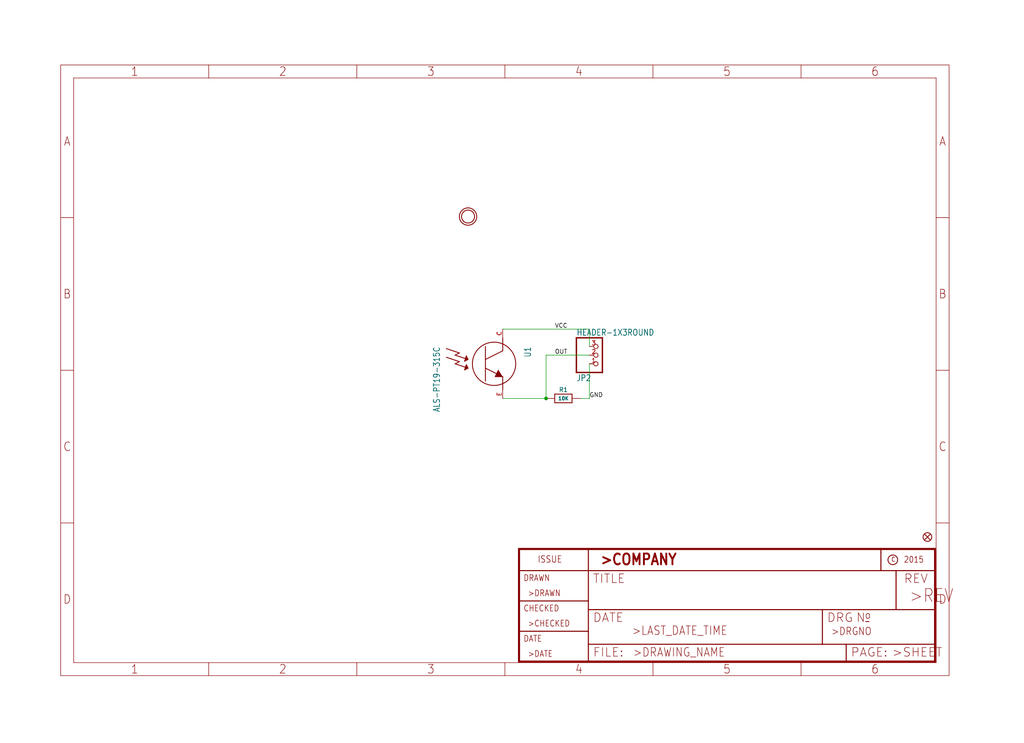
<source format=kicad_sch>
(kicad_sch (version 20211123) (generator eeschema)
  (paper "User" 300.076 217.881)
  (lib_symbols
    (symbol "eagleSchem-eagle-import:FIDUCIAL{dblquote}{dblquote}"
      (symbol "FIDUCIAL{dblquote}{dblquote}_1_0"
        (polyline (pts (xy -0.762 0.762) (xy 0.762 -0.762)) (stroke (width 0.254)))
        (polyline (pts (xy 0.762 0.762) (xy -0.762 -0.762)) (stroke (width 0.254)))
        (circle (center 0 0) (radius 1.27) (stroke (width 0.254)))
      )
    )
    (symbol "eagleSchem-eagle-import:FRAME_A4"
      (symbol "FRAME_A4_1_0"
        (polyline (pts (xy 0 44.7675) (xy 3.81 44.7675)))
        (polyline (pts (xy 0 89.535) (xy 3.81 89.535)))
        (polyline (pts (xy 0 134.3025) (xy 3.81 134.3025)))
        (polyline (pts (xy 3.81 3.81) (xy 3.81 175.26)))
        (polyline (pts (xy 43.3917 0) (xy 43.3917 3.81)))
        (polyline (pts (xy 43.3917 175.26) (xy 43.3917 179.07)))
        (polyline (pts (xy 86.7833 0) (xy 86.7833 3.81)))
        (polyline (pts (xy 86.7833 175.26) (xy 86.7833 179.07)))
        (polyline (pts (xy 130.175 0) (xy 130.175 3.81)))
        (polyline (pts (xy 130.175 175.26) (xy 130.175 179.07)))
        (polyline (pts (xy 173.5667 0) (xy 173.5667 3.81)))
        (polyline (pts (xy 173.5667 175.26) (xy 173.5667 179.07)))
        (polyline (pts (xy 216.9583 0) (xy 216.9583 3.81)))
        (polyline (pts (xy 216.9583 175.26) (xy 216.9583 179.07)))
        (polyline (pts (xy 256.54 3.81) (xy 3.81 3.81)))
        (polyline (pts (xy 256.54 3.81) (xy 256.54 8.89)) (stroke (width 0.1016)))
        (polyline (pts (xy 256.54 3.81) (xy 256.54 175.26)))
        (polyline (pts (xy 256.54 8.89) (xy 256.54 13.97)) (stroke (width 0.1016)))
        (polyline (pts (xy 256.54 13.97) (xy 256.54 19.05)) (stroke (width 0.1016)))
        (polyline (pts (xy 256.54 19.05) (xy 256.54 36.83)) (stroke (width 0.1016)))
        (polyline (pts (xy 256.54 44.7675) (xy 260.35 44.7675)))
        (polyline (pts (xy 256.54 89.535) (xy 260.35 89.535)))
        (polyline (pts (xy 256.54 134.3025) (xy 260.35 134.3025)))
        (polyline (pts (xy 256.54 175.26) (xy 3.81 175.26)))
        (polyline (pts (xy 0 0) (xy 260.35 0) (xy 260.35 179.07) (xy 0 179.07) (xy 0 0)))
        (text "1" (at 21.6958 1.905 0) (effects (font (size 2.54 2.286))))
        (text "1" (at 21.6958 177.165 0) (effects (font (size 2.54 2.286))))
        (text "2" (at 65.0875 1.905 0) (effects (font (size 2.54 2.286))))
        (text "2" (at 65.0875 177.165 0) (effects (font (size 2.54 2.286))))
        (text "3" (at 108.4792 1.905 0) (effects (font (size 2.54 2.286))))
        (text "3" (at 108.4792 177.165 0) (effects (font (size 2.54 2.286))))
        (text "4" (at 151.8708 1.905 0) (effects (font (size 2.54 2.286))))
        (text "4" (at 151.8708 177.165 0) (effects (font (size 2.54 2.286))))
        (text "5" (at 195.2625 1.905 0) (effects (font (size 2.54 2.286))))
        (text "5" (at 195.2625 177.165 0) (effects (font (size 2.54 2.286))))
        (text "6" (at 238.6542 1.905 0) (effects (font (size 2.54 2.286))))
        (text "6" (at 238.6542 177.165 0) (effects (font (size 2.54 2.286))))
        (text "A" (at 1.905 156.6863 0) (effects (font (size 2.54 2.286))))
        (text "A" (at 258.445 156.6863 0) (effects (font (size 2.54 2.286))))
        (text "B" (at 1.905 111.9188 0) (effects (font (size 2.54 2.286))))
        (text "B" (at 258.445 111.9188 0) (effects (font (size 2.54 2.286))))
        (text "C" (at 1.905 67.1513 0) (effects (font (size 2.54 2.286))))
        (text "C" (at 258.445 67.1513 0) (effects (font (size 2.54 2.286))))
        (text "D" (at 1.905 22.3838 0) (effects (font (size 2.54 2.286))))
        (text "D" (at 258.445 22.3838 0) (effects (font (size 2.54 2.286))))
      )
      (symbol "FRAME_A4_2_0"
        (polyline (pts (xy -0.3048 1.5748) (xy 20.0152 1.5748)) (stroke (width 0.6096)))
        (polyline (pts (xy -0.3048 10.4648) (xy -0.3048 1.5748)) (stroke (width 0.6096)))
        (polyline (pts (xy -0.3048 10.4648) (xy 20.0152 10.4648)) (stroke (width 0.3048)))
        (polyline (pts (xy -0.3048 19.3548) (xy -0.3048 10.4648)) (stroke (width 0.6096)))
        (polyline (pts (xy -0.3048 19.3548) (xy 20.0152 19.3548)) (stroke (width 0.3048)))
        (polyline (pts (xy -0.3048 28.2448) (xy -0.3048 19.3548)) (stroke (width 0.6096)))
        (polyline (pts (xy -0.3048 28.2448) (xy 20.0152 28.2448)) (stroke (width 0.3048)))
        (polyline (pts (xy -0.3048 34.5948) (xy -0.3048 28.2448)) (stroke (width 0.6096)))
        (polyline (pts (xy 20.0152 1.5748) (xy 20.0152 6.6548)) (stroke (width 0.3048)))
        (polyline (pts (xy 20.0152 1.5748) (xy 95.5802 1.5748)) (stroke (width 0.6096)))
        (polyline (pts (xy 20.0152 6.6548) (xy 20.0152 10.4648)) (stroke (width 0.3048)))
        (polyline (pts (xy 20.0152 6.6548) (xy 88.5952 6.6548)) (stroke (width 0.3048)))
        (polyline (pts (xy 20.0152 10.4648) (xy 20.0152 16.8148)) (stroke (width 0.3048)))
        (polyline (pts (xy 20.0152 16.8148) (xy 20.0152 19.3548)) (stroke (width 0.3048)))
        (polyline (pts (xy 20.0152 19.3548) (xy 20.0152 28.2448)) (stroke (width 0.3048)))
        (polyline (pts (xy 20.0152 28.2448) (xy 20.0152 34.5948)) (stroke (width 0.3048)))
        (polyline (pts (xy 20.0152 28.2448) (xy 105.7402 28.2448)) (stroke (width 0.3048)))
        (polyline (pts (xy 20.0152 34.5948) (xy -0.3048 34.5948)) (stroke (width 0.6096)))
        (polyline (pts (xy 88.5952 6.6548) (xy 95.5802 6.6548)) (stroke (width 0.3048)))
        (polyline (pts (xy 88.5952 16.8148) (xy 20.0152 16.8148)) (stroke (width 0.3048)))
        (polyline (pts (xy 88.5952 16.8148) (xy 88.5952 6.6548)) (stroke (width 0.3048)))
        (polyline (pts (xy 95.5802 1.5748) (xy 121.6152 1.5748)) (stroke (width 0.6096)))
        (polyline (pts (xy 95.5802 6.6548) (xy 95.5802 1.5748)) (stroke (width 0.3048)))
        (polyline (pts (xy 95.5802 6.6548) (xy 121.6152 6.6548)) (stroke (width 0.3048)))
        (polyline (pts (xy 101.2952 13.3223) (xy 102.2477 13.3223)) (stroke (width 0.254)))
        (polyline (pts (xy 105.7402 28.2448) (xy 105.7402 34.5948)) (stroke (width 0.3048)))
        (polyline (pts (xy 105.7402 28.2448) (xy 110.1852 28.2448)) (stroke (width 0.3048)))
        (polyline (pts (xy 105.7402 34.5948) (xy 20.0152 34.5948)) (stroke (width 0.6096)))
        (polyline (pts (xy 110.1852 16.8148) (xy 88.5952 16.8148)) (stroke (width 0.3048)))
        (polyline (pts (xy 110.1852 28.2448) (xy 110.1852 16.8148)) (stroke (width 0.3048)))
        (polyline (pts (xy 110.1852 28.2448) (xy 121.6152 28.2448)) (stroke (width 0.3048)))
        (polyline (pts (xy 121.6152 6.6548) (xy 121.6152 1.5748)) (stroke (width 0.6096)))
        (polyline (pts (xy 121.6152 16.8148) (xy 110.1852 16.8148)) (stroke (width 0.3048)))
        (polyline (pts (xy 121.6152 16.8148) (xy 121.6152 6.6548)) (stroke (width 0.6096)))
        (polyline (pts (xy 121.6152 28.2448) (xy 121.6152 16.8148)) (stroke (width 0.6096)))
        (polyline (pts (xy 121.6152 34.5948) (xy 105.7402 34.5948)) (stroke (width 0.6096)))
        (polyline (pts (xy 121.6152 34.5948) (xy 121.6152 28.2448)) (stroke (width 0.6096)))
        (circle (center 109.2327 31.4198) (radius 1.4199) (stroke (width 0.254)))
        (text "2015" (at 112.4077 30.4673 0) (effects (font (size 1.778 1.5113)) (justify left bottom)))
        (text ">CHECKED" (at 2.2352 11.7348 0) (effects (font (size 1.778 1.5113)) (justify left bottom)))
        (text ">COMPANY" (at 23.349 29.6735 0) (effects (font (size 3.175 2.6987) (thickness 0.5397) bold) (justify left bottom)))
        (text ">DATE" (at 2.2352 2.8448 0) (effects (font (size 1.778 1.5113)) (justify left bottom)))
        (text ">DRAWING_NAME" (at 33.0327 2.8448 0) (effects (font (size 2.54 2.159)) (justify left bottom)))
        (text ">DRAWN" (at 2.2352 20.6248 0) (effects (font (size 1.778 1.5113)) (justify left bottom)))
        (text ">DRGNO" (at 91.1352 9.1948 0) (effects (font (size 2.1844 1.8567)) (justify left bottom)))
        (text ">LAST_DATE_TIME" (at 32.7152 9.1948 0) (effects (font (size 2.54 2.159)) (justify left bottom)))
        (text ">REV" (at 113.9952 18.7198 0) (effects (font (size 3.81 3.2385)) (justify left bottom)))
        (text ">SHEET" (at 108.9152 2.8448 0) (effects (font (size 2.54 2.54)) (justify left bottom)))
        (text "C" (at 108.7564 30.7848 0) (effects (font (size 1.27 1.0795)) (justify left bottom)))
        (text "CHECKED" (at 0.9652 16.1798 0) (effects (font (size 1.778 1.5113)) (justify left bottom)))
        (text "DATE" (at 0.9652 7.2898 0) (effects (font (size 1.778 1.5113)) (justify left bottom)))
        (text "DATE" (at 21.2852 13.0048 0) (effects (font (size 2.54 2.54)) (justify left bottom)))
        (text "DRAWN" (at 0.9652 25.0698 0) (effects (font (size 1.778 1.5113)) (justify left bottom)))
        (text "DRG" (at 89.8652 13.0048 0) (effects (font (size 2.54 2.54)) (justify left bottom)))
        (text "FILE:" (at 21.2852 2.8448 0) (effects (font (size 2.54 2.54)) (justify left bottom)))
        (text "ISSUE" (at 5.0927 30.4673 0) (effects (font (size 1.9304 1.6408)) (justify left bottom)))
        (text "N" (at 98.4377 13.0048 0) (effects (font (size 2.54 2.54)) (justify left bottom)))
        (text "o" (at 100.9777 13.9573 0) (effects (font (size 2.1844 1.8567)) (justify left bottom)))
        (text "PAGE:" (at 96.8502 2.8448 0) (effects (font (size 2.54 2.54)) (justify left bottom)))
        (text "REV" (at 112.4077 24.4348 0) (effects (font (size 2.54 2.54)) (justify left bottom)))
        (text "TITLE" (at 21.2852 24.4348 0) (effects (font (size 2.54 2.54)) (justify left bottom)))
      )
    )
    (symbol "eagleSchem-eagle-import:HEADER-1X3ROUND"
      (property "Reference" "JP" (at -6.35 5.715 0))
      (property "Value" "HEADER-1X3ROUND" (at -6.35 -7.62 0))
      (symbol "HEADER-1X3ROUND_1_0"
        (polyline (pts (xy -6.35 -5.08) (xy 1.27 -5.08)) (stroke (width 0.4064)))
        (polyline (pts (xy -6.35 5.08) (xy -6.35 -5.08)) (stroke (width 0.4064)))
        (polyline (pts (xy 1.27 -5.08) (xy 1.27 5.08)) (stroke (width 0.4064)))
        (polyline (pts (xy 1.27 5.08) (xy -6.35 5.08)) (stroke (width 0.4064)))
        (pin passive inverted (at -2.54 2.54 0) (length 2.54) (name "1") (number "1"))
        (pin passive inverted (at -2.54 0 0) (length 2.54) (name "2") (number "2"))
        (pin passive inverted (at -2.54 -2.54 0) (length 2.54) (name "3") (number "3"))
      )
    )
    (symbol "eagleSchem-eagle-import:LIGHT_ALS-PT19-315C"
      (property "Reference" "U" (at 8.89 5.08 90))
      (property "Value" "LIGHT_ALS-PT19-315C" (at -17.78 5.08 90))
      (symbol "LIGHT_ALS-PT19-315C_1_0"
        (polyline (pts (xy -13.97 1.905) (xy -10.16 0.635)) (stroke (width 0.254)))
        (polyline (pts (xy -13.97 4.445) (xy -10.16 3.175)) (stroke (width 0.254)))
        (polyline (pts (xy -11.43 0) (xy -7.62 -1.27)) (stroke (width 0.254)))
        (polyline (pts (xy -11.43 2.54) (xy -7.62 1.27)) (stroke (width 0.254)))
        (polyline (pts (xy -10.16 0.635) (xy -11.43 0)) (stroke (width 0.254)))
        (polyline (pts (xy -10.16 3.175) (xy -11.43 2.54)) (stroke (width 0.254)))
        (polyline (pts (xy -8.636 -1.778) (xy -8.128 -0.254)) (stroke (width 0.254)))
        (polyline (pts (xy -8.636 -1.778) (xy -7.874 -1.27)) (stroke (width 0.254)))
        (polyline (pts (xy -8.636 0.762) (xy -7.62 1.27)) (stroke (width 0.254)))
        (polyline (pts (xy -8.382 -1.524) (xy -8.128 -1.27)) (stroke (width 0.254)))
        (polyline (pts (xy -8.382 -1.27) (xy -8.128 -0.508)) (stroke (width 0.254)))
        (polyline (pts (xy -8.382 1.016) (xy -8.382 1.27)) (stroke (width 0.254)))
        (polyline (pts (xy -8.382 1.27) (xy -8.128 1.27)) (stroke (width 0.254)))
        (polyline (pts (xy -8.128 -1.27) (xy -8.382 -1.27)) (stroke (width 0.254)))
        (polyline (pts (xy -8.128 -1.016) (xy -7.874 -1.016)) (stroke (width 0.254)))
        (polyline (pts (xy -8.128 -0.762) (xy -8.128 -1.016)) (stroke (width 0.254)))
        (polyline (pts (xy -8.128 -0.508) (xy -8.128 -0.762)) (stroke (width 0.254)))
        (polyline (pts (xy -8.128 -0.254) (xy -7.62 -1.27)) (stroke (width 0.254)))
        (polyline (pts (xy -8.128 1.27) (xy -7.874 1.27)) (stroke (width 0.254)))
        (polyline (pts (xy -8.128 1.524) (xy -8.128 1.27)) (stroke (width 0.254)))
        (polyline (pts (xy -8.128 1.524) (xy -7.874 1.524)) (stroke (width 0.254)))
        (polyline (pts (xy -8.128 1.778) (xy -8.128 1.524)) (stroke (width 0.254)))
        (polyline (pts (xy -8.128 2.286) (xy -8.636 0.762)) (stroke (width 0.254)))
        (polyline (pts (xy -8.128 2.286) (xy -8.128 1.778)) (stroke (width 0.254)))
        (polyline (pts (xy -7.874 -1.27) (xy -8.382 -1.524)) (stroke (width 0.254)))
        (polyline (pts (xy -7.874 -1.016) (xy -8.128 -0.762)) (stroke (width 0.254)))
        (polyline (pts (xy -7.874 1.27) (xy -8.382 1.016)) (stroke (width 0.254)))
        (polyline (pts (xy -7.874 1.524) (xy -8.128 1.778)) (stroke (width 0.254)))
        (polyline (pts (xy -7.62 -1.27) (xy -8.636 -1.778)) (stroke (width 0.254)))
        (polyline (pts (xy -7.62 1.27) (xy -8.128 2.286)) (stroke (width 0.254)))
        (polyline (pts (xy -2.54 -1.27) (xy -2.54 -5.08)) (stroke (width 0.254)))
        (polyline (pts (xy -2.54 -1.27) (xy 2.54 -3.81)) (stroke (width 0.254)))
        (polyline (pts (xy -2.54 1.27) (xy -2.54 -1.27)) (stroke (width 0.254)))
        (polyline (pts (xy -2.54 5.08) (xy -2.54 1.27)) (stroke (width 0.254)))
        (polyline (pts (xy 2.54 -3.81) (xy 2.54 -7.62)) (stroke (width 0.254)))
        (polyline (pts (xy 2.54 3.81) (xy -2.54 1.27)) (stroke (width 0.254)))
        (polyline (pts (xy 2.54 7.62) (xy 2.54 3.81)) (stroke (width 0.254)))
        (polyline (pts (xy 1.27 -1.778) (xy 0.254 -3.81) (xy 2.54 -3.81)) (fill (type outline)))
        (circle (center 0 0) (radius 6.35) (stroke (width 0.254)))
        (pin bidirectional line (at 2.54 10.16 270) (length 2.54) (name "C") (number "C"))
        (pin bidirectional line (at 2.54 -10.16 90) (length 2.54) (name "E") (number "E"))
      )
    )
    (symbol "eagleSchem-eagle-import:MOUNTINGHOLE2.0"
      (symbol "MOUNTINGHOLE2.0_1_0"
        (circle (center 0 0) (radius 1.905) (stroke (width 0.254)))
        (circle (center 0 0) (radius 2.54) (stroke (width 0.254)))
      )
    )
    (symbol "eagleSchem-eagle-import:RESISTOR_0603_NOOUT"
      (property "Reference" "R" (at 0 2.54 0))
      (property "Value" "RESISTOR_0603_NOOUT" (at 0 0 0))
      (symbol "RESISTOR_0603_NOOUT_1_0"
        (polyline (pts (xy -2.54 -1.27) (xy -2.54 1.27)) (stroke (width 0.254)))
        (polyline (pts (xy -2.54 1.27) (xy 2.54 1.27)) (stroke (width 0.254)))
        (polyline (pts (xy 2.54 -1.27) (xy -2.54 -1.27)) (stroke (width 0.254)))
        (polyline (pts (xy 2.54 1.27) (xy 2.54 -1.27)) (stroke (width 0.254)))
        (pin passive line (at -5.08 0 0) (length 2.54) (name "1") (number "1"))
        (pin passive line (at 5.08 0 180) (length 2.54) (name "2") (number "2"))
      )
    )
  )
  (junction (at 160.02 116.84))
  (wire (pts (xy 160.02 104.14) (xy 172.72 104.14)))
  (wire (pts (xy 160.02 116.84) (xy 160.02 104.14)))
  (wire (pts (xy 172.72 106.68) (xy 172.72 116.84)))
  (wire (pts (xy 160.02 116.84) (xy 147.32 116.84)))
  (wire (pts (xy 172.72 96.52) (xy 172.72 101.6)))
  (wire (pts (xy 147.32 96.52) (xy 172.72 96.52)))
  (wire (pts (xy 172.72 116.84) (xy 170.18 116.84)))
  (label "VCC" (at 162.56 96.52 0) (effects (font (size 1.2446 1.2446))))
  (label "OUT" (at 162.56 104.14 0) (effects (font (size 1.2446 1.2446))))
  (label "GND" (at 172.72 116.84 0) (effects (font (size 1.2446 1.2446))))
  (symbol (lib_id "eagleSchem-eagle-import:FRAME_A4") (at 17.78 198.12 0) (unit 1)
    (property "Reference" "#FRAME1" (effects hide))
    (property "Value" "FRAME_A4" (effects hide))
    (property "Footprint" "eagleSchem:" (effects hide))
  )
  (symbol (lib_id "eagleSchem-eagle-import:FRAME_A4") (at 152.4 195.58 0) (unit 2)
    (property "Reference" "#FRAME1" (effects hide))
    (property "Value" "FRAME_A4" (effects hide))
    (property "Footprint" "eagleSchem:" (effects hide))
  )
  (symbol (lib_id "eagleSchem-eagle-import:MOUNTINGHOLE2.0") (at 137.16 63.5 0) (unit 1)
    (property "Reference" "U$2" (effects hide))
    (property "Value" "MOUNTINGHOLE2.0" (effects hide))
    (property "Footprint" "eagleSchem:MOUNTINGHOLE_2.0_PLATED" (effects hide))
  )
  (symbol (lib_id "eagleSchem-eagle-import:FIDUCIAL{dblquote}{dblquote}") (at 271.78 157.48 0) (unit 1)
    (property "Reference" "FID1" (effects hide))
    (property "Value" "FIDUCIAL{dblquote}{dblquote}" (effects hide))
    (property "Footprint" "eagleSchem:FIDUCIAL_1MM" (effects hide))
  )
  (symbol (lib_id "eagleSchem-eagle-import:HEADER-1X3ROUND") (at 175.26 104.14 0) (mirror x) (unit 1)
    (property "Reference" "JP2" (at 168.91 109.855 0) (effects (font (size 1.778 1.5113)) (justify left bottom)))
    (property "Value" "HEADER-1X3ROUND" (at 168.91 96.52 0) (effects (font (size 1.778 1.5113)) (justify left bottom)))
    (property "Footprint" "eagleSchem:1X03_ROUND" (effects hide))
  )
  (symbol (lib_id "eagleSchem-eagle-import:RESISTOR_0603_NOOUT") (at 165.1 116.84 0) (mirror y) (unit 1)
    (property "Reference" "R1" (at 165.1 114.3 0))
    (property "Value" "10K" (at 165.1 116.84 0) (effects (font (size 1.016 1.016) bold)))
    (property "Footprint" "eagleSchem:0603-NO" (effects hide))
  )
  (symbol (lib_id "eagleSchem-eagle-import:LIGHT_ALS-PT19-315C") (at 144.78 106.68 0) (unit 1)
    (property "Reference" "U1" (at 153.67 101.6 90) (effects (font (size 1.778 1.5113)) (justify right top)))
    (property "Value" "ALS-PT19-315C" (at 127 101.6 90) (effects (font (size 1.778 1.5113)) (justify right top)))
    (property "Footprint" "eagleSchem:ALS-PT19-315C" (effects hide))
  )
)
</source>
